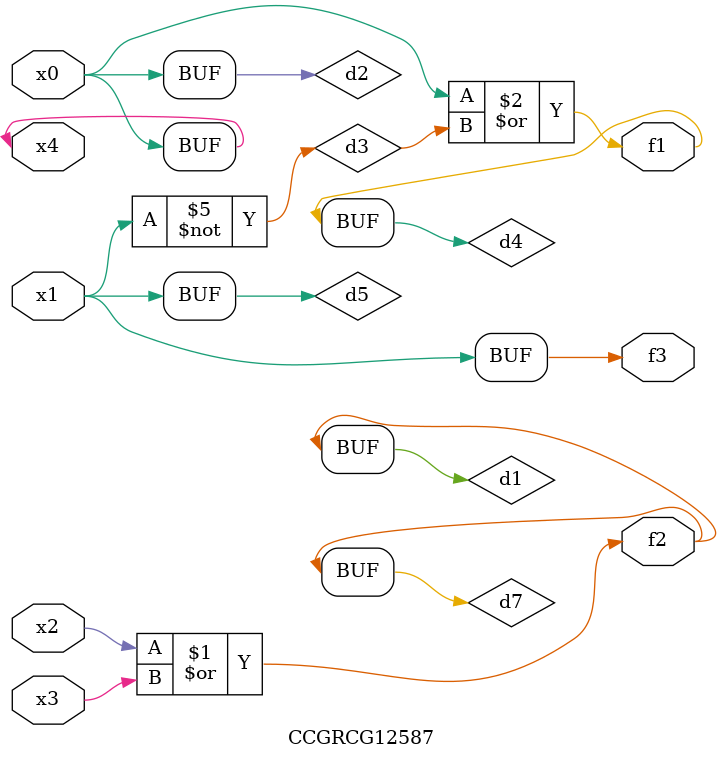
<source format=v>
module CCGRCG12587(
	input x0, x1, x2, x3, x4,
	output f1, f2, f3
);

	wire d1, d2, d3, d4, d5, d6, d7;

	or (d1, x2, x3);
	buf (d2, x0, x4);
	not (d3, x1);
	or (d4, d2, d3);
	not (d5, d3);
	nand (d6, d1, d3);
	or (d7, d1);
	assign f1 = d4;
	assign f2 = d7;
	assign f3 = d5;
endmodule

</source>
